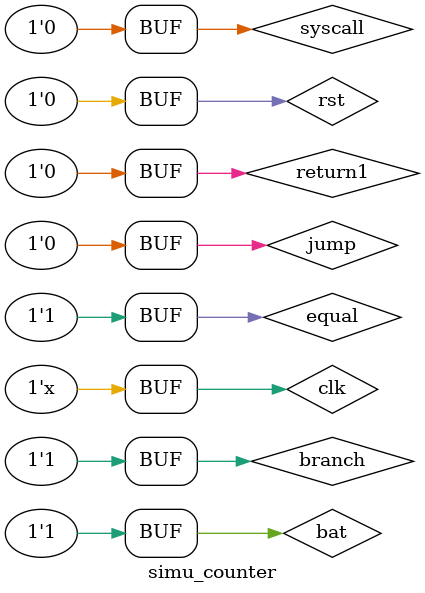
<source format=v>
`timescale 1ns / 1ps
module simu_counter( );
   reg clk;
reg rst;
reg branch;
reg bat;
reg jump;
reg return1;
reg syscall;
reg equal;
wire [15:0] total;
wire [15:0] uncon;
wire [15:0] con;
wire [15:0] con_suc;
    counter test_counter(
        .clk(clk),.rst(rst),.branch(branch),.bat(bat),
        .jump(jump),.return1(return1),.syscall(syscall),
        .total(total),.uncon(uncon),.con(con),.con_suc(con_suc) 
        );
    always begin
        #15 clk <= ~clk;
    end
    initial begin
        clk <= 0;
        rst <=0;
        branch <= 0;
        bat <=0;
        jump <= 0;
        return1 <=0;
        syscall <=0;
        equal <= 0;
        #200 bat = 1;
        #20 branch = 1;
        #50 jump = 1;
        syscall <=1;
        #50 return1<=1;
        #50 jump = 0;
        //equal <= 1;
        #20 return1 =0;
        equal = 1;
        #100 rst = 1;
        #100 rst = 0;
        syscall =0;
    end
endmodule

</source>
